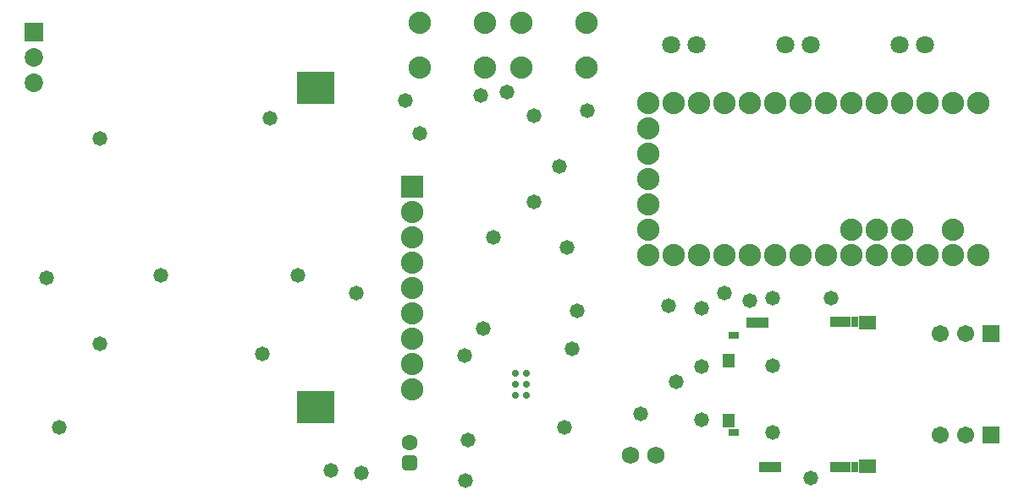
<source format=gbs>
G04 Layer_Color=8150272*
%FSAX24Y24*%
%MOIN*%
G70*
G01*
G75*
%ADD74C,0.0880*%
%ADD75C,0.0680*%
%ADD77R,0.0730X0.0730*%
%ADD78C,0.0730*%
%ADD79R,0.0880X0.0880*%
%ADD80C,0.0671*%
%ADD81R,0.0671X0.0671*%
%ADD82C,0.0710*%
%ADD83C,0.0631*%
G04:AMPARAMS|DCode=84|XSize=63.1mil|YSize=63.1mil|CornerRadius=20.5mil|HoleSize=0mil|Usage=FLASHONLY|Rotation=270.000|XOffset=0mil|YOffset=0mil|HoleType=Round|Shape=RoundedRectangle|*
%AMROUNDEDRECTD84*
21,1,0.0631,0.0220,0,0,270.0*
21,1,0.0220,0.0631,0,0,270.0*
1,1,0.0411,-0.0110,-0.0110*
1,1,0.0411,-0.0110,0.0110*
1,1,0.0411,0.0110,0.0110*
1,1,0.0411,0.0110,-0.0110*
%
%ADD84ROUNDEDRECTD84*%
%ADD85C,0.0580*%
%ADD86C,0.0280*%
%ADD87R,0.1497X0.1261*%
%ADD88R,0.0430X0.0280*%
%ADD89R,0.0260X0.0440*%
%ADD90R,0.0870X0.0430*%
%ADD91R,0.0510X0.0550*%
%ADD92R,0.0680X0.0520*%
D74*
X040700Y037400D02*
D03*
X039700D02*
D03*
X038700D02*
D03*
X037700D02*
D03*
X036700D02*
D03*
X035700D02*
D03*
X034700D02*
D03*
Y036400D02*
D03*
Y035400D02*
D03*
Y034400D02*
D03*
Y033400D02*
D03*
Y032400D02*
D03*
Y031400D02*
D03*
X035700D02*
D03*
X036700D02*
D03*
X037700D02*
D03*
X038700D02*
D03*
X039700D02*
D03*
X040700D02*
D03*
X042700Y032400D02*
D03*
X043700D02*
D03*
X044700D02*
D03*
X046700D02*
D03*
X044700Y031400D02*
D03*
X043700D02*
D03*
X047700D02*
D03*
X046700D02*
D03*
X045700D02*
D03*
X042700D02*
D03*
X041700D02*
D03*
Y037400D02*
D03*
X042700D02*
D03*
X043700D02*
D03*
X044700D02*
D03*
X045700D02*
D03*
X046700D02*
D03*
X047700D02*
D03*
X029700Y040572D02*
D03*
X032259D02*
D03*
Y038800D02*
D03*
X029700D02*
D03*
X025700Y040572D02*
D03*
X028259D02*
D03*
Y038800D02*
D03*
X025700D02*
D03*
X025400Y033100D02*
D03*
Y032100D02*
D03*
Y031100D02*
D03*
Y030100D02*
D03*
Y029100D02*
D03*
Y028100D02*
D03*
Y027100D02*
D03*
Y026100D02*
D03*
D75*
X034000Y023500D02*
D03*
X035000D02*
D03*
D77*
X010500Y040200D02*
D03*
D78*
Y039200D02*
D03*
Y038200D02*
D03*
D79*
X025400Y034100D02*
D03*
D80*
X046209Y028291D02*
D03*
X047209D02*
D03*
X046209Y024291D02*
D03*
X047209D02*
D03*
D81*
X048209Y028291D02*
D03*
Y024291D02*
D03*
D82*
X035600Y039700D02*
D03*
X036600D02*
D03*
X040100D02*
D03*
X041100D02*
D03*
X044600D02*
D03*
X045600D02*
D03*
D83*
X025300Y024000D02*
D03*
D84*
Y023213D02*
D03*
D85*
X036800Y027000D02*
D03*
Y024900D02*
D03*
Y029300D02*
D03*
X035800Y026400D02*
D03*
X030200Y036900D02*
D03*
X028100Y037700D02*
D03*
X029140Y037840D02*
D03*
X032300Y037100D02*
D03*
X034410Y025140D02*
D03*
X031500Y031700D02*
D03*
X031400Y024600D02*
D03*
X037700Y029900D02*
D03*
X035500Y029400D02*
D03*
X039600Y027050D02*
D03*
Y029700D02*
D03*
Y024400D02*
D03*
X027470Y027450D02*
D03*
X031700Y027700D02*
D03*
X027600Y024100D02*
D03*
X013100Y036000D02*
D03*
X022200Y022900D02*
D03*
X011500Y024600D02*
D03*
X013100Y027900D02*
D03*
X019500Y027500D02*
D03*
X023200Y029900D02*
D03*
X020900Y030600D02*
D03*
X015500D02*
D03*
X019800Y036800D02*
D03*
X011000Y030500D02*
D03*
X027500Y022500D02*
D03*
X030200Y033500D02*
D03*
X041900Y029700D02*
D03*
X041100Y022600D02*
D03*
X038700Y029600D02*
D03*
X031200Y034900D02*
D03*
X025700Y036200D02*
D03*
X025141Y037491D02*
D03*
X028200Y028500D02*
D03*
X023400Y022800D02*
D03*
X028600Y032100D02*
D03*
X031900Y029200D02*
D03*
D86*
X029917Y025867D02*
D03*
X029483D02*
D03*
X029917Y026300D02*
D03*
X029483D02*
D03*
X029917Y026733D02*
D03*
X029483D02*
D03*
D87*
X021600Y037999D02*
D03*
Y025401D02*
D03*
D88*
X038067Y028252D02*
D03*
Y024414D02*
D03*
D89*
X042827Y028757D02*
D03*
X042276D02*
D03*
X042000D02*
D03*
Y023043D02*
D03*
X042276D02*
D03*
X042827D02*
D03*
X042551Y028757D02*
D03*
Y023043D02*
D03*
D90*
X038994Y028754D02*
D03*
X039506Y023046D02*
D03*
D91*
X037871Y027248D02*
D03*
Y024886D02*
D03*
D92*
X043325Y023067D02*
D03*
Y028733D02*
D03*
M02*

</source>
